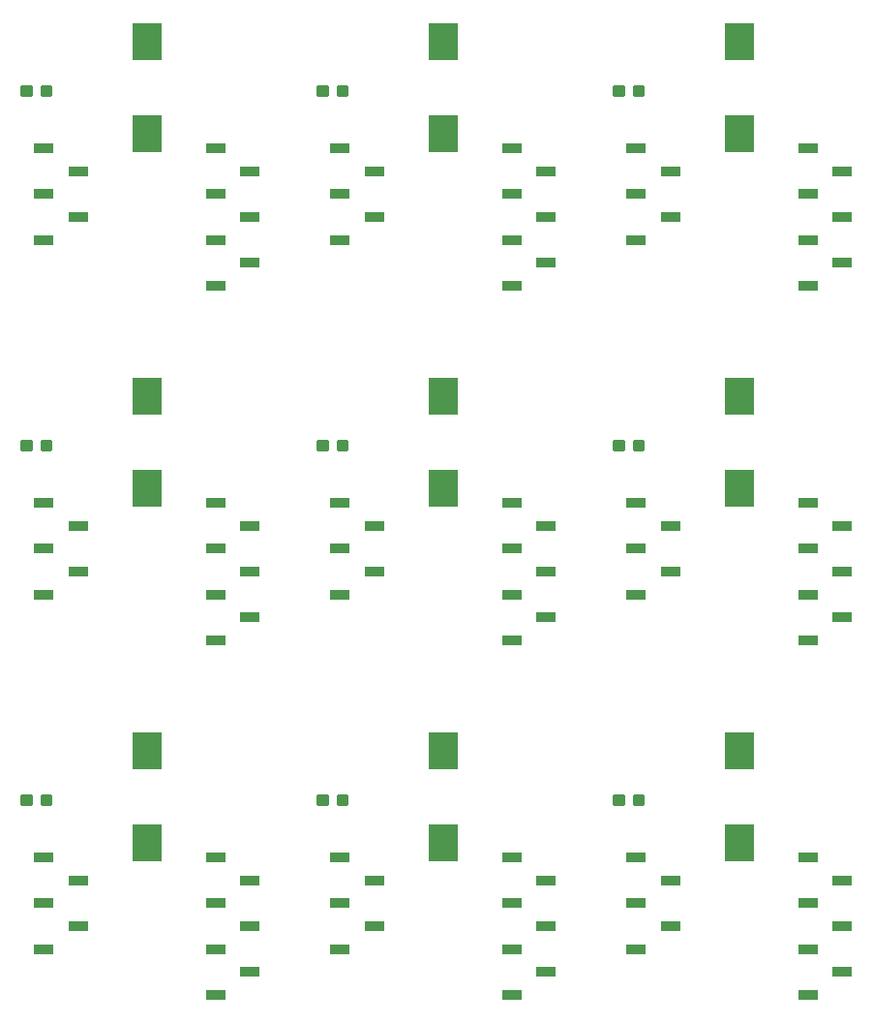
<source format=gbp>
G75*
%MOIN*%
%OFA0B0*%
%FSLAX25Y25*%
%IPPOS*%
%LPD*%
%AMOC8*
5,1,8,0,0,1.08239X$1,22.5*
%
%ADD10R,0.06693X0.03346*%
%ADD11C,0.01181*%
%ADD12R,0.09843X0.12598*%
D10*
X0117666Y0072465D03*
X0129477Y0080339D03*
X0117666Y0088213D03*
X0129477Y0096087D03*
X0117666Y0103961D03*
X0176766Y0103961D03*
X0188577Y0096087D03*
X0176766Y0088213D03*
X0188577Y0080339D03*
X0176766Y0072465D03*
X0188577Y0064591D03*
X0176766Y0056717D03*
X0219666Y0072465D03*
X0231477Y0080339D03*
X0219666Y0088213D03*
X0231477Y0096087D03*
X0219666Y0103961D03*
X0278766Y0103961D03*
X0290577Y0096087D03*
X0278766Y0088213D03*
X0290577Y0080339D03*
X0278766Y0072465D03*
X0290577Y0064591D03*
X0278766Y0056717D03*
X0321666Y0072465D03*
X0333477Y0080339D03*
X0321666Y0088213D03*
X0333477Y0096087D03*
X0321666Y0103961D03*
X0380766Y0103961D03*
X0392577Y0096087D03*
X0380766Y0088213D03*
X0392577Y0080339D03*
X0380766Y0072465D03*
X0392577Y0064591D03*
X0380766Y0056717D03*
X0380766Y0178717D03*
X0392577Y0186591D03*
X0380766Y0194465D03*
X0392577Y0202339D03*
X0380766Y0210213D03*
X0392577Y0218087D03*
X0380766Y0225961D03*
X0333477Y0218087D03*
X0321666Y0210213D03*
X0333477Y0202339D03*
X0321666Y0194465D03*
X0321666Y0225961D03*
X0290577Y0218087D03*
X0278766Y0210213D03*
X0290577Y0202339D03*
X0278766Y0194465D03*
X0290577Y0186591D03*
X0278766Y0178717D03*
X0278766Y0225961D03*
X0231477Y0218087D03*
X0219666Y0210213D03*
X0231477Y0202339D03*
X0219666Y0194465D03*
X0219666Y0225961D03*
X0188577Y0218087D03*
X0176766Y0210213D03*
X0188577Y0202339D03*
X0176766Y0194465D03*
X0188577Y0186591D03*
X0176766Y0178717D03*
X0176766Y0225961D03*
X0129477Y0218087D03*
X0117666Y0210213D03*
X0129477Y0202339D03*
X0117666Y0194465D03*
X0117666Y0225961D03*
X0176766Y0300717D03*
X0188577Y0308591D03*
X0176766Y0316465D03*
X0188577Y0324339D03*
X0176766Y0332213D03*
X0188577Y0340087D03*
X0176766Y0347961D03*
X0219666Y0347961D03*
X0231477Y0340087D03*
X0219666Y0332213D03*
X0231477Y0324339D03*
X0219666Y0316465D03*
X0278766Y0316465D03*
X0290577Y0324339D03*
X0278766Y0332213D03*
X0290577Y0340087D03*
X0278766Y0347961D03*
X0290577Y0308591D03*
X0278766Y0300717D03*
X0321666Y0316465D03*
X0333477Y0324339D03*
X0321666Y0332213D03*
X0333477Y0340087D03*
X0321666Y0347961D03*
X0380766Y0347961D03*
X0392577Y0340087D03*
X0380766Y0332213D03*
X0392577Y0324339D03*
X0380766Y0316465D03*
X0392577Y0308591D03*
X0380766Y0300717D03*
X0129477Y0324339D03*
X0117666Y0332213D03*
X0129477Y0340087D03*
X0117666Y0347961D03*
X0117666Y0316465D03*
D11*
X0117167Y0366372D02*
X0117167Y0369128D01*
X0119923Y0369128D01*
X0119923Y0366372D01*
X0117167Y0366372D01*
X0117167Y0367494D02*
X0119923Y0367494D01*
X0119923Y0368616D02*
X0117167Y0368616D01*
X0110262Y0369128D02*
X0110262Y0366372D01*
X0110262Y0369128D02*
X0113018Y0369128D01*
X0113018Y0366372D01*
X0110262Y0366372D01*
X0110262Y0367494D02*
X0113018Y0367494D01*
X0113018Y0368616D02*
X0110262Y0368616D01*
X0212262Y0369128D02*
X0212262Y0366372D01*
X0212262Y0369128D02*
X0215018Y0369128D01*
X0215018Y0366372D01*
X0212262Y0366372D01*
X0212262Y0367494D02*
X0215018Y0367494D01*
X0215018Y0368616D02*
X0212262Y0368616D01*
X0219167Y0369128D02*
X0219167Y0366372D01*
X0219167Y0369128D02*
X0221923Y0369128D01*
X0221923Y0366372D01*
X0219167Y0366372D01*
X0219167Y0367494D02*
X0221923Y0367494D01*
X0221923Y0368616D02*
X0219167Y0368616D01*
X0314262Y0369128D02*
X0314262Y0366372D01*
X0314262Y0369128D02*
X0317018Y0369128D01*
X0317018Y0366372D01*
X0314262Y0366372D01*
X0314262Y0367494D02*
X0317018Y0367494D01*
X0317018Y0368616D02*
X0314262Y0368616D01*
X0321167Y0369128D02*
X0321167Y0366372D01*
X0321167Y0369128D02*
X0323923Y0369128D01*
X0323923Y0366372D01*
X0321167Y0366372D01*
X0321167Y0367494D02*
X0323923Y0367494D01*
X0323923Y0368616D02*
X0321167Y0368616D01*
X0321167Y0247128D02*
X0321167Y0244372D01*
X0321167Y0247128D02*
X0323923Y0247128D01*
X0323923Y0244372D01*
X0321167Y0244372D01*
X0321167Y0245494D02*
X0323923Y0245494D01*
X0323923Y0246616D02*
X0321167Y0246616D01*
X0314262Y0247128D02*
X0314262Y0244372D01*
X0314262Y0247128D02*
X0317018Y0247128D01*
X0317018Y0244372D01*
X0314262Y0244372D01*
X0314262Y0245494D02*
X0317018Y0245494D01*
X0317018Y0246616D02*
X0314262Y0246616D01*
X0219167Y0247128D02*
X0219167Y0244372D01*
X0219167Y0247128D02*
X0221923Y0247128D01*
X0221923Y0244372D01*
X0219167Y0244372D01*
X0219167Y0245494D02*
X0221923Y0245494D01*
X0221923Y0246616D02*
X0219167Y0246616D01*
X0212262Y0247128D02*
X0212262Y0244372D01*
X0212262Y0247128D02*
X0215018Y0247128D01*
X0215018Y0244372D01*
X0212262Y0244372D01*
X0212262Y0245494D02*
X0215018Y0245494D01*
X0215018Y0246616D02*
X0212262Y0246616D01*
X0117167Y0247128D02*
X0117167Y0244372D01*
X0117167Y0247128D02*
X0119923Y0247128D01*
X0119923Y0244372D01*
X0117167Y0244372D01*
X0117167Y0245494D02*
X0119923Y0245494D01*
X0119923Y0246616D02*
X0117167Y0246616D01*
X0110262Y0247128D02*
X0110262Y0244372D01*
X0110262Y0247128D02*
X0113018Y0247128D01*
X0113018Y0244372D01*
X0110262Y0244372D01*
X0110262Y0245494D02*
X0113018Y0245494D01*
X0113018Y0246616D02*
X0110262Y0246616D01*
X0110262Y0125128D02*
X0110262Y0122372D01*
X0110262Y0125128D02*
X0113018Y0125128D01*
X0113018Y0122372D01*
X0110262Y0122372D01*
X0110262Y0123494D02*
X0113018Y0123494D01*
X0113018Y0124616D02*
X0110262Y0124616D01*
X0117167Y0125128D02*
X0117167Y0122372D01*
X0117167Y0125128D02*
X0119923Y0125128D01*
X0119923Y0122372D01*
X0117167Y0122372D01*
X0117167Y0123494D02*
X0119923Y0123494D01*
X0119923Y0124616D02*
X0117167Y0124616D01*
X0212262Y0125128D02*
X0212262Y0122372D01*
X0212262Y0125128D02*
X0215018Y0125128D01*
X0215018Y0122372D01*
X0212262Y0122372D01*
X0212262Y0123494D02*
X0215018Y0123494D01*
X0215018Y0124616D02*
X0212262Y0124616D01*
X0219167Y0125128D02*
X0219167Y0122372D01*
X0219167Y0125128D02*
X0221923Y0125128D01*
X0221923Y0122372D01*
X0219167Y0122372D01*
X0219167Y0123494D02*
X0221923Y0123494D01*
X0221923Y0124616D02*
X0219167Y0124616D01*
X0314262Y0125128D02*
X0314262Y0122372D01*
X0314262Y0125128D02*
X0317018Y0125128D01*
X0317018Y0122372D01*
X0314262Y0122372D01*
X0314262Y0123494D02*
X0317018Y0123494D01*
X0317018Y0124616D02*
X0314262Y0124616D01*
X0321167Y0125128D02*
X0321167Y0122372D01*
X0321167Y0125128D02*
X0323923Y0125128D01*
X0323923Y0122372D01*
X0321167Y0122372D01*
X0321167Y0123494D02*
X0323923Y0123494D01*
X0323923Y0124616D02*
X0321167Y0124616D01*
D12*
X0357092Y0109002D03*
X0357092Y0140498D03*
X0357092Y0231002D03*
X0357092Y0262498D03*
X0357092Y0353002D03*
X0357092Y0384498D03*
X0255092Y0384498D03*
X0255092Y0353002D03*
X0255092Y0262498D03*
X0255092Y0231002D03*
X0255092Y0140498D03*
X0255092Y0109002D03*
X0153092Y0109002D03*
X0153092Y0140498D03*
X0153092Y0231002D03*
X0153092Y0262498D03*
X0153092Y0353002D03*
X0153092Y0384498D03*
M02*

</source>
